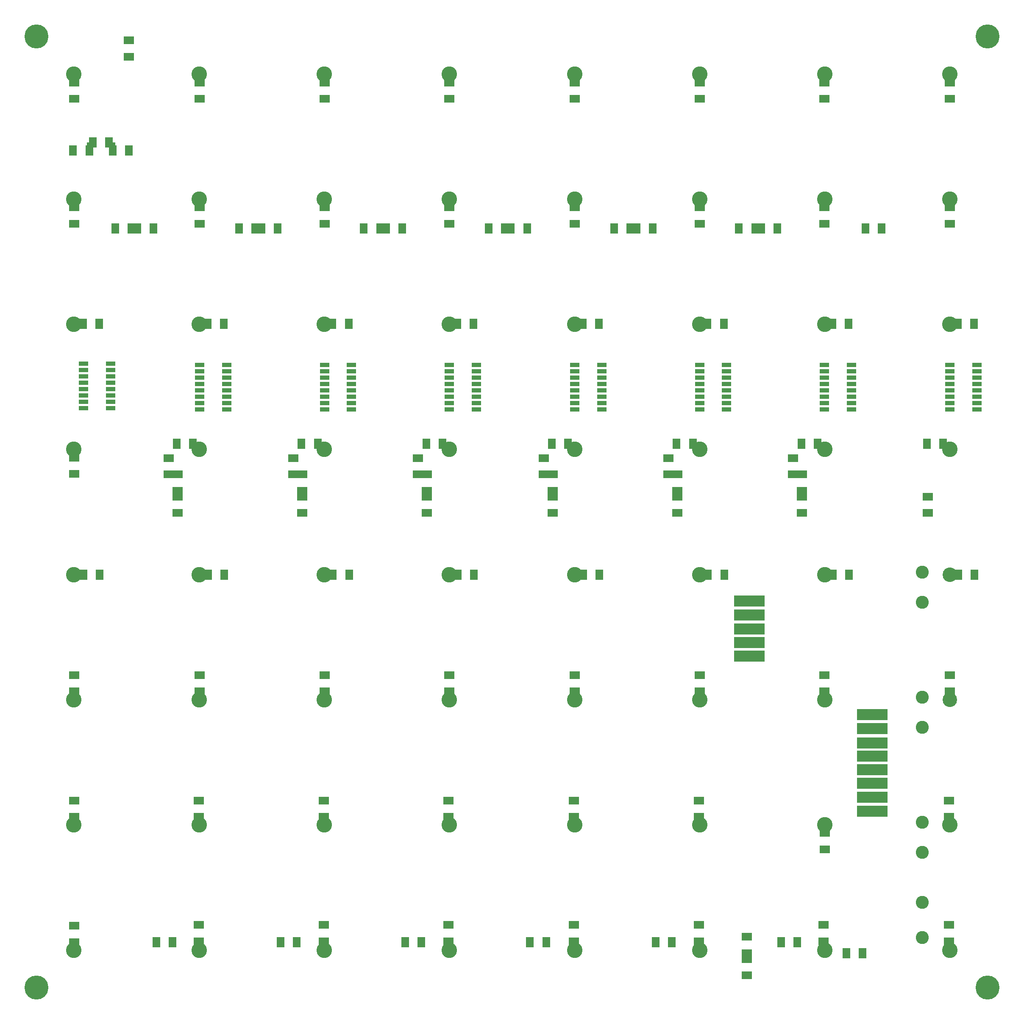
<source format=gbr>
%FSLAX34Y34*%
%MOMM*%
%LNSOLDERMASK_BOTTOM*%
G71*
G01*
%ADD10R, 2.00X1.50*%
%ADD11R, 1.50X2.00*%
%ADD12C, 2.60*%
%ADD13R, 1.90X0.96*%
%ADD14C, 2.90*%
%ADD15C, 3.10*%
%ADD16R, 1.20X2.00*%
%ADD17R, 6.20X2.20*%
%ADD18C, 4.80*%
%LPD*%
X374650Y-176212D02*
G54D10*
D03*
X374650Y-143712D02*
G54D10*
D03*
X374650Y-425450D02*
G54D10*
D03*
X374650Y-392950D02*
G54D10*
D03*
X390525Y-625475D02*
G54D11*
D03*
X423025Y-625475D02*
G54D11*
D03*
X328612Y-865188D02*
G54D11*
D03*
X361112Y-865188D02*
G54D11*
D03*
X423862Y-1127125D02*
G54D11*
D03*
X391362Y-1127125D02*
G54D11*
D03*
X374650Y-1327150D02*
G54D10*
D03*
X374650Y-1359650D02*
G54D10*
D03*
X373062Y-1577975D02*
G54D10*
D03*
X373062Y-1610475D02*
G54D10*
D03*
X373062Y-1858962D02*
G54D10*
D03*
X373062Y-1826462D02*
G54D10*
D03*
X123825Y-176212D02*
G54D10*
D03*
X123825Y-143712D02*
G54D10*
D03*
X123825Y-425450D02*
G54D10*
D03*
X123825Y-392950D02*
G54D10*
D03*
X141288Y-625475D02*
G54D11*
D03*
X173788Y-625475D02*
G54D11*
D03*
X123825Y-925512D02*
G54D10*
D03*
X123825Y-893012D02*
G54D10*
D03*
X174625Y-1127125D02*
G54D11*
D03*
X142125Y-1127125D02*
G54D11*
D03*
X123825Y-1327150D02*
G54D10*
D03*
X123825Y-1359650D02*
G54D10*
D03*
X123825Y-1577975D02*
G54D10*
D03*
X123825Y-1610475D02*
G54D10*
D03*
X123825Y-1860550D02*
G54D10*
D03*
X123825Y-1828050D02*
G54D10*
D03*
X1818425Y-1851600D02*
G54D12*
D03*
X1818425Y-1781600D02*
G54D12*
D03*
X1818425Y-1681600D02*
G54D12*
D03*
X1818425Y-1121600D02*
G54D12*
D03*
X1818425Y-1181600D02*
G54D12*
D03*
X1818425Y-1371600D02*
G54D12*
D03*
X1818425Y-1431600D02*
G54D12*
D03*
X1818425Y-1621600D02*
G54D12*
D03*
X196850Y-704850D02*
G54D13*
D03*
X196850Y-717550D02*
G54D13*
D03*
X196850Y-730250D02*
G54D13*
D03*
X196850Y-742950D02*
G54D13*
D03*
X142850Y-704850D02*
G54D13*
D03*
X142850Y-717550D02*
G54D13*
D03*
X142850Y-730250D02*
G54D13*
D03*
X142850Y-742950D02*
G54D13*
D03*
X196850Y-755650D02*
G54D13*
D03*
X196850Y-768350D02*
G54D13*
D03*
X196850Y-781050D02*
G54D13*
D03*
X142850Y-755650D02*
G54D13*
D03*
X142850Y-768350D02*
G54D13*
D03*
X142850Y-781050D02*
G54D13*
D03*
X196850Y-793750D02*
G54D13*
D03*
X142850Y-793750D02*
G54D13*
D03*
X1873425Y-1126600D02*
G54D14*
D03*
X123425Y-126600D02*
G54D15*
D03*
X373425Y-126600D02*
G54D15*
D03*
X623425Y-126600D02*
G54D15*
D03*
X873425Y-126600D02*
G54D15*
D03*
X1123425Y-126600D02*
G54D15*
D03*
X1373425Y-126600D02*
G54D15*
D03*
X1623425Y-126600D02*
G54D15*
D03*
X1873425Y-126600D02*
G54D15*
D03*
X123425Y-376600D02*
G54D15*
D03*
X373425Y-376600D02*
G54D15*
D03*
X623425Y-376600D02*
G54D15*
D03*
X873425Y-376600D02*
G54D15*
D03*
X1123425Y-376600D02*
G54D15*
D03*
X1373425Y-376600D02*
G54D15*
D03*
X1623425Y-376600D02*
G54D15*
D03*
X1873425Y-376600D02*
G54D15*
D03*
X123425Y-626600D02*
G54D15*
D03*
X373425Y-626600D02*
G54D15*
D03*
X623425Y-626600D02*
G54D15*
D03*
X873425Y-626600D02*
G54D15*
D03*
X1123425Y-626600D02*
G54D15*
D03*
X1373425Y-626600D02*
G54D15*
D03*
X1623425Y-626600D02*
G54D15*
D03*
X1873425Y-626600D02*
G54D15*
D03*
X123425Y-876600D02*
G54D15*
D03*
X373425Y-876600D02*
G54D15*
D03*
X623425Y-876600D02*
G54D15*
D03*
X873425Y-876600D02*
G54D15*
D03*
X1123425Y-876600D02*
G54D15*
D03*
X1373425Y-876600D02*
G54D15*
D03*
X1623425Y-876600D02*
G54D15*
D03*
X1873425Y-876600D02*
G54D15*
D03*
X123425Y-1126600D02*
G54D15*
D03*
X373425Y-1126600D02*
G54D15*
D03*
X623425Y-1126600D02*
G54D15*
D03*
X873425Y-1126600D02*
G54D15*
D03*
X1123425Y-1126600D02*
G54D15*
D03*
X1373425Y-1126600D02*
G54D15*
D03*
X1623425Y-1126600D02*
G54D15*
D03*
X123425Y-1376600D02*
G54D15*
D03*
X373425Y-1376600D02*
G54D15*
D03*
X623425Y-1376600D02*
G54D15*
D03*
X873425Y-1376600D02*
G54D15*
D03*
X1123425Y-1376600D02*
G54D15*
D03*
X1373425Y-1376600D02*
G54D15*
D03*
X1623425Y-1376600D02*
G54D15*
D03*
X123425Y-1626600D02*
G54D15*
D03*
X373425Y-1626600D02*
G54D15*
D03*
X623425Y-1626600D02*
G54D15*
D03*
X873425Y-1626600D02*
G54D15*
D03*
X1123425Y-1626600D02*
G54D15*
D03*
X1373425Y-1626600D02*
G54D15*
D03*
X1623425Y-1626600D02*
G54D15*
D03*
X1873425Y-1626600D02*
G54D15*
D03*
X123425Y-1876600D02*
G54D15*
D03*
X373425Y-1876600D02*
G54D15*
D03*
X623425Y-1876600D02*
G54D15*
D03*
X873425Y-1876600D02*
G54D15*
D03*
X1123425Y-1876600D02*
G54D15*
D03*
X1373425Y-1876600D02*
G54D15*
D03*
X1623425Y-1876600D02*
G54D15*
D03*
X1873425Y-1876600D02*
G54D15*
D03*
X1873425Y-1376600D02*
G54D14*
D03*
X282575Y-434975D02*
G54D11*
D03*
X250075Y-434975D02*
G54D11*
D03*
X320675Y-1860550D02*
G54D11*
D03*
X288175Y-1860550D02*
G54D11*
D03*
X428625Y-708025D02*
G54D13*
D03*
X428625Y-720725D02*
G54D13*
D03*
X428625Y-733425D02*
G54D13*
D03*
X428625Y-746125D02*
G54D13*
D03*
X374625Y-708025D02*
G54D13*
D03*
X374625Y-720725D02*
G54D13*
D03*
X374625Y-733425D02*
G54D13*
D03*
X374625Y-746125D02*
G54D13*
D03*
X428625Y-758825D02*
G54D13*
D03*
X428625Y-771525D02*
G54D13*
D03*
X428625Y-784225D02*
G54D13*
D03*
X374625Y-758825D02*
G54D13*
D03*
X374625Y-771525D02*
G54D13*
D03*
X374625Y-784225D02*
G54D13*
D03*
X428625Y-796925D02*
G54D13*
D03*
X374625Y-796925D02*
G54D13*
D03*
X238125Y-434975D02*
G54D11*
D03*
X205625Y-434975D02*
G54D11*
D03*
X153988Y-279400D02*
G54D11*
D03*
X121488Y-279400D02*
G54D11*
D03*
X193675Y-263525D02*
G54D11*
D03*
X161175Y-263525D02*
G54D11*
D03*
X233362Y-279400D02*
G54D11*
D03*
X200862Y-279400D02*
G54D11*
D03*
X155580Y-273046D02*
G54D16*
D03*
X200030Y-273045D02*
G54D16*
D03*
X530225Y-434975D02*
G54D11*
D03*
X497725Y-434975D02*
G54D11*
D03*
X485775Y-434975D02*
G54D11*
D03*
X453275Y-434975D02*
G54D11*
D03*
X568325Y-1860550D02*
G54D11*
D03*
X535825Y-1860550D02*
G54D11*
D03*
X330200Y-1003300D02*
G54D10*
D03*
X330200Y-970800D02*
G54D10*
D03*
X330200Y-958850D02*
G54D10*
D03*
X330200Y-926350D02*
G54D10*
D03*
X312420Y-926306D02*
G54D10*
D03*
X312420Y-893806D02*
G54D10*
D03*
X623888Y-176212D02*
G54D10*
D03*
X623888Y-143712D02*
G54D10*
D03*
X623888Y-425450D02*
G54D10*
D03*
X623888Y-392950D02*
G54D10*
D03*
X639762Y-625475D02*
G54D11*
D03*
X672263Y-625475D02*
G54D11*
D03*
X577850Y-865188D02*
G54D11*
D03*
X610350Y-865188D02*
G54D11*
D03*
X673100Y-1127125D02*
G54D11*
D03*
X640600Y-1127125D02*
G54D11*
D03*
X623888Y-1327150D02*
G54D10*
D03*
X623888Y-1359650D02*
G54D10*
D03*
X622300Y-1577975D02*
G54D10*
D03*
X622300Y-1610475D02*
G54D10*
D03*
X622300Y-1858962D02*
G54D10*
D03*
X622300Y-1826462D02*
G54D10*
D03*
X677862Y-708025D02*
G54D13*
D03*
X677862Y-720725D02*
G54D13*
D03*
X677862Y-733425D02*
G54D13*
D03*
X677862Y-746125D02*
G54D13*
D03*
X623863Y-708025D02*
G54D13*
D03*
X623863Y-720725D02*
G54D13*
D03*
X623863Y-733425D02*
G54D13*
D03*
X623863Y-746125D02*
G54D13*
D03*
X677862Y-758825D02*
G54D13*
D03*
X677862Y-771525D02*
G54D13*
D03*
X677862Y-784225D02*
G54D13*
D03*
X623863Y-758825D02*
G54D13*
D03*
X623862Y-771525D02*
G54D13*
D03*
X623862Y-784225D02*
G54D13*
D03*
X677862Y-796925D02*
G54D13*
D03*
X623862Y-796925D02*
G54D13*
D03*
X779462Y-434975D02*
G54D11*
D03*
X746962Y-434975D02*
G54D11*
D03*
X735012Y-434975D02*
G54D11*
D03*
X702512Y-434975D02*
G54D11*
D03*
X817562Y-1860550D02*
G54D11*
D03*
X785062Y-1860550D02*
G54D11*
D03*
X579438Y-1003300D02*
G54D10*
D03*
X579438Y-970800D02*
G54D10*
D03*
X579438Y-958850D02*
G54D10*
D03*
X579438Y-926350D02*
G54D10*
D03*
X561658Y-926306D02*
G54D10*
D03*
X561658Y-893806D02*
G54D10*
D03*
X873125Y-176212D02*
G54D10*
D03*
X873125Y-143712D02*
G54D10*
D03*
X873125Y-425450D02*
G54D10*
D03*
X873125Y-392950D02*
G54D10*
D03*
X889000Y-625475D02*
G54D11*
D03*
X921500Y-625475D02*
G54D11*
D03*
X827088Y-865188D02*
G54D11*
D03*
X859588Y-865188D02*
G54D11*
D03*
X922338Y-1127125D02*
G54D11*
D03*
X889838Y-1127125D02*
G54D11*
D03*
X873125Y-1327150D02*
G54D10*
D03*
X873125Y-1359650D02*
G54D10*
D03*
X871538Y-1577975D02*
G54D10*
D03*
X871538Y-1610475D02*
G54D10*
D03*
X871538Y-1858962D02*
G54D10*
D03*
X871538Y-1826462D02*
G54D10*
D03*
X927100Y-708025D02*
G54D13*
D03*
X927100Y-720725D02*
G54D13*
D03*
X927100Y-733425D02*
G54D13*
D03*
X927100Y-746125D02*
G54D13*
D03*
X873100Y-708025D02*
G54D13*
D03*
X873100Y-720725D02*
G54D13*
D03*
X873100Y-733425D02*
G54D13*
D03*
X873100Y-746125D02*
G54D13*
D03*
X927100Y-758825D02*
G54D13*
D03*
X927100Y-771525D02*
G54D13*
D03*
X927100Y-784225D02*
G54D13*
D03*
X873100Y-758825D02*
G54D13*
D03*
X873100Y-771525D02*
G54D13*
D03*
X873100Y-784225D02*
G54D13*
D03*
X927100Y-796925D02*
G54D13*
D03*
X873100Y-796925D02*
G54D13*
D03*
X1028700Y-434975D02*
G54D11*
D03*
X996200Y-434975D02*
G54D11*
D03*
X984250Y-434975D02*
G54D11*
D03*
X951750Y-434975D02*
G54D11*
D03*
X1066800Y-1860550D02*
G54D11*
D03*
X1034300Y-1860550D02*
G54D11*
D03*
X828675Y-1003300D02*
G54D10*
D03*
X828675Y-970800D02*
G54D10*
D03*
X828675Y-958850D02*
G54D10*
D03*
X828675Y-926350D02*
G54D10*
D03*
X810895Y-926306D02*
G54D10*
D03*
X810895Y-893806D02*
G54D10*
D03*
X1123950Y-176212D02*
G54D10*
D03*
X1123950Y-143712D02*
G54D10*
D03*
X1123950Y-425450D02*
G54D10*
D03*
X1123950Y-392950D02*
G54D10*
D03*
X1139825Y-625475D02*
G54D11*
D03*
X1172325Y-625475D02*
G54D11*
D03*
X1077912Y-865188D02*
G54D11*
D03*
X1110412Y-865188D02*
G54D11*
D03*
X1173162Y-1127125D02*
G54D11*
D03*
X1140662Y-1127125D02*
G54D11*
D03*
X1123950Y-1327150D02*
G54D10*
D03*
X1123950Y-1359650D02*
G54D10*
D03*
X1122362Y-1577975D02*
G54D10*
D03*
X1122362Y-1610475D02*
G54D10*
D03*
X1122362Y-1858962D02*
G54D10*
D03*
X1122362Y-1826462D02*
G54D10*
D03*
X1177925Y-708025D02*
G54D13*
D03*
X1177925Y-720725D02*
G54D13*
D03*
X1177925Y-733425D02*
G54D13*
D03*
X1177925Y-746125D02*
G54D13*
D03*
X1123925Y-708025D02*
G54D13*
D03*
X1123925Y-720725D02*
G54D13*
D03*
X1123925Y-733425D02*
G54D13*
D03*
X1123925Y-746125D02*
G54D13*
D03*
X1177925Y-758825D02*
G54D13*
D03*
X1177925Y-771525D02*
G54D13*
D03*
X1177925Y-784225D02*
G54D13*
D03*
X1123925Y-758825D02*
G54D13*
D03*
X1123925Y-771525D02*
G54D13*
D03*
X1123925Y-784225D02*
G54D13*
D03*
X1177925Y-796925D02*
G54D13*
D03*
X1123925Y-796925D02*
G54D13*
D03*
X1279525Y-434975D02*
G54D11*
D03*
X1247025Y-434975D02*
G54D11*
D03*
X1235075Y-434975D02*
G54D11*
D03*
X1202575Y-434975D02*
G54D11*
D03*
X1317625Y-1860550D02*
G54D11*
D03*
X1285125Y-1860550D02*
G54D11*
D03*
X1079500Y-1003300D02*
G54D10*
D03*
X1079500Y-970800D02*
G54D10*
D03*
X1079500Y-958850D02*
G54D10*
D03*
X1079500Y-926350D02*
G54D10*
D03*
X1061720Y-926306D02*
G54D10*
D03*
X1061720Y-893806D02*
G54D10*
D03*
X1373188Y-176212D02*
G54D10*
D03*
X1373188Y-143712D02*
G54D10*
D03*
X1373188Y-425450D02*
G54D10*
D03*
X1373188Y-392950D02*
G54D10*
D03*
X1389062Y-625475D02*
G54D11*
D03*
X1421562Y-625475D02*
G54D11*
D03*
X1327150Y-865188D02*
G54D11*
D03*
X1359650Y-865188D02*
G54D11*
D03*
X1422400Y-1127125D02*
G54D11*
D03*
X1389900Y-1127125D02*
G54D11*
D03*
X1373188Y-1327150D02*
G54D10*
D03*
X1373188Y-1359650D02*
G54D10*
D03*
X1371600Y-1577975D02*
G54D10*
D03*
X1371600Y-1610475D02*
G54D10*
D03*
X1371600Y-1858962D02*
G54D10*
D03*
X1371600Y-1826462D02*
G54D10*
D03*
X1427162Y-708025D02*
G54D13*
D03*
X1427162Y-720725D02*
G54D13*
D03*
X1427162Y-733425D02*
G54D13*
D03*
X1427162Y-746125D02*
G54D13*
D03*
X1373163Y-708025D02*
G54D13*
D03*
X1373163Y-720725D02*
G54D13*
D03*
X1373163Y-733425D02*
G54D13*
D03*
X1373163Y-746125D02*
G54D13*
D03*
X1427162Y-758825D02*
G54D13*
D03*
X1427162Y-771525D02*
G54D13*
D03*
X1427162Y-784225D02*
G54D13*
D03*
X1373163Y-758825D02*
G54D13*
D03*
X1373162Y-771525D02*
G54D13*
D03*
X1373162Y-784225D02*
G54D13*
D03*
X1427162Y-796925D02*
G54D13*
D03*
X1373162Y-796925D02*
G54D13*
D03*
X1528762Y-434975D02*
G54D11*
D03*
X1496262Y-434975D02*
G54D11*
D03*
X1484312Y-434975D02*
G54D11*
D03*
X1451812Y-434975D02*
G54D11*
D03*
X1568450Y-1860550D02*
G54D11*
D03*
X1535950Y-1860550D02*
G54D11*
D03*
X1328738Y-1003300D02*
G54D10*
D03*
X1328738Y-970800D02*
G54D10*
D03*
X1328738Y-958850D02*
G54D10*
D03*
X1328738Y-926350D02*
G54D10*
D03*
X1310958Y-926306D02*
G54D10*
D03*
X1310958Y-893806D02*
G54D10*
D03*
X1622425Y-176212D02*
G54D10*
D03*
X1622425Y-143712D02*
G54D10*
D03*
X1622425Y-425450D02*
G54D10*
D03*
X1622425Y-392950D02*
G54D10*
D03*
X1638300Y-625475D02*
G54D11*
D03*
X1670800Y-625475D02*
G54D11*
D03*
X1576388Y-865188D02*
G54D11*
D03*
X1608888Y-865188D02*
G54D11*
D03*
X1671638Y-1127125D02*
G54D11*
D03*
X1639138Y-1127125D02*
G54D11*
D03*
X1622425Y-1327150D02*
G54D10*
D03*
X1622425Y-1359650D02*
G54D10*
D03*
X1623286Y-1675097D02*
G54D10*
D03*
X1623286Y-1642597D02*
G54D10*
D03*
X1620838Y-1858962D02*
G54D10*
D03*
X1620838Y-1826462D02*
G54D10*
D03*
X1676400Y-708025D02*
G54D13*
D03*
X1676400Y-720725D02*
G54D13*
D03*
X1676400Y-733425D02*
G54D13*
D03*
X1676400Y-746125D02*
G54D13*
D03*
X1622400Y-708025D02*
G54D13*
D03*
X1622400Y-720725D02*
G54D13*
D03*
X1622400Y-733425D02*
G54D13*
D03*
X1622400Y-746125D02*
G54D13*
D03*
X1676400Y-758825D02*
G54D13*
D03*
X1676400Y-771525D02*
G54D13*
D03*
X1676400Y-784225D02*
G54D13*
D03*
X1622400Y-758825D02*
G54D13*
D03*
X1622400Y-771525D02*
G54D13*
D03*
X1622400Y-784225D02*
G54D13*
D03*
X1676400Y-796925D02*
G54D13*
D03*
X1622400Y-796925D02*
G54D13*
D03*
X1736725Y-434975D02*
G54D11*
D03*
X1704225Y-434975D02*
G54D11*
D03*
X1698625Y-1882775D02*
G54D11*
D03*
X1666125Y-1882775D02*
G54D11*
D03*
X1577975Y-1003300D02*
G54D10*
D03*
X1577975Y-970800D02*
G54D10*
D03*
X1577975Y-958850D02*
G54D10*
D03*
X1577975Y-926350D02*
G54D10*
D03*
X1560195Y-926306D02*
G54D10*
D03*
X1560195Y-893806D02*
G54D10*
D03*
X1873250Y-176212D02*
G54D10*
D03*
X1873250Y-143712D02*
G54D10*
D03*
X1873250Y-425450D02*
G54D10*
D03*
X1873250Y-392950D02*
G54D10*
D03*
X1889125Y-625475D02*
G54D11*
D03*
X1921625Y-625475D02*
G54D11*
D03*
X1827212Y-865188D02*
G54D11*
D03*
X1859712Y-865188D02*
G54D11*
D03*
X1922462Y-1127125D02*
G54D11*
D03*
X1889962Y-1127125D02*
G54D11*
D03*
X1873250Y-1327150D02*
G54D10*
D03*
X1873250Y-1359650D02*
G54D10*
D03*
X1871662Y-1577975D02*
G54D10*
D03*
X1871662Y-1610475D02*
G54D10*
D03*
X1871662Y-1858962D02*
G54D10*
D03*
X1871662Y-1826462D02*
G54D10*
D03*
X1927225Y-708025D02*
G54D13*
D03*
X1927225Y-720725D02*
G54D13*
D03*
X1927225Y-733425D02*
G54D13*
D03*
X1927225Y-746125D02*
G54D13*
D03*
X1873225Y-708025D02*
G54D13*
D03*
X1873225Y-720725D02*
G54D13*
D03*
X1873225Y-733425D02*
G54D13*
D03*
X1873225Y-746125D02*
G54D13*
D03*
X1927225Y-758825D02*
G54D13*
D03*
X1927225Y-771525D02*
G54D13*
D03*
X1927225Y-784225D02*
G54D13*
D03*
X1873225Y-758825D02*
G54D13*
D03*
X1873225Y-771525D02*
G54D13*
D03*
X1873225Y-784225D02*
G54D13*
D03*
X1927225Y-796925D02*
G54D13*
D03*
X1873225Y-796925D02*
G54D13*
D03*
X1828800Y-1003300D02*
G54D10*
D03*
X1828800Y-970800D02*
G54D10*
D03*
X233362Y-92075D02*
G54D10*
D03*
X233363Y-59575D02*
G54D10*
D03*
X1467699Y-1882786D02*
G54D10*
D03*
X1467699Y-1850286D02*
G54D10*
D03*
X1467699Y-1927236D02*
G54D10*
D03*
X1467699Y-1894736D02*
G54D10*
D03*
X1718425Y-1406600D02*
G54D17*
D03*
X1718425Y-1434600D02*
G54D17*
D03*
X1718425Y-1462600D02*
G54D17*
D03*
X1718425Y-1489600D02*
G54D17*
D03*
X1718425Y-1516600D02*
G54D17*
D03*
X1718425Y-1543600D02*
G54D17*
D03*
X1718425Y-1571600D02*
G54D17*
D03*
X1718425Y-1599600D02*
G54D17*
D03*
X1472362Y-1179588D02*
G54D17*
D03*
X1472362Y-1207588D02*
G54D17*
D03*
X1472362Y-1235588D02*
G54D17*
D03*
X1472362Y-1262588D02*
G54D17*
D03*
X1472362Y-1289588D02*
G54D17*
D03*
X48430Y-1951600D02*
G54D18*
D03*
X1948425Y-1951600D02*
G54D18*
D03*
X1948425Y-51600D02*
G54D18*
D03*
X48425Y-51600D02*
G54D18*
D03*
M02*

</source>
